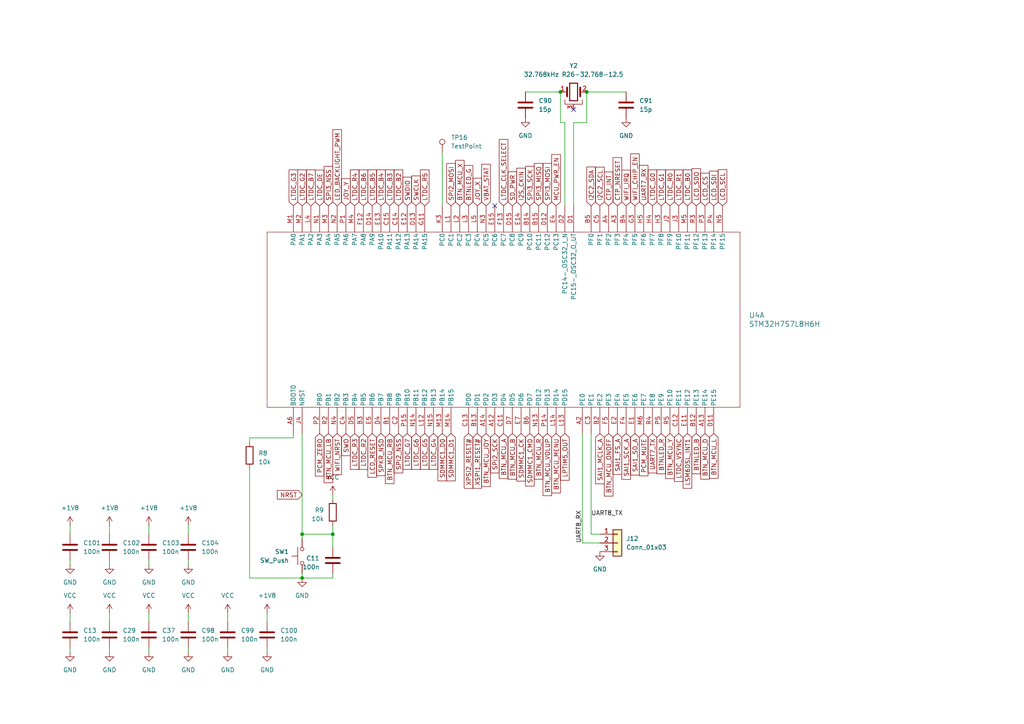
<source format=kicad_sch>
(kicad_sch (version 20231120) (generator "eeschema") (generator_version "8.0")
  (paper "A4")
  (lib_symbols
    (symbol "Connector:TestPoint" (pin_numbers hide) (pin_names (offset 0.762) hide)
      (property "Reference" "TP" (at 0 6.858 0))
      (property "Value" "TestPoint" (at 0 5.08 0))
      (symbol "TestPoint_0_1"
        (circle (center 0 3.302) (radius 0.762))
      )
      (symbol "TestPoint_1_1"
        (pin passive line (at 0 0 90) (length 2.54) (name "1") (number "1"))
      )
    )
    (symbol "Connector_Generic:Conn_01x03" (pin_names (offset 1.016) hide)
      (property "Reference" "J" (at 0 5.08 0))
      (property "Value" "Conn_01x03" (at 0 -5.08 0))
      (symbol "Conn_01x03_1_1"
        (rectangle (start -1.27 -2.413) (end 0 -2.667) (stroke (width 0.1524)))
        (rectangle (start -1.27 0.127) (end 0 -0.127) (stroke (width 0.1524)))
        (rectangle (start -1.27 2.667) (end 0 2.413) (stroke (width 0.1524)))
        (rectangle (start -1.27 3.81) (end 1.27 -3.81) (stroke (width 0.254)) (fill (type background)))
        (pin passive line (at -5.08 2.54 0) (length 3.81) (name "Pin_1") (number "1"))
        (pin passive line (at -5.08 0 0) (length 3.81) (name "Pin_2") (number "2"))
        (pin passive line (at -5.08 -2.54 0) (length 3.81) (name "Pin_3") (number "3"))
      )
    )
    (symbol "Device:C" (pin_numbers hide) (pin_names (offset 0.254))
      (property "Reference" "C" (at 0.635 2.54 0))
      (property "Value" "C" (at 0.635 -2.54 0))
      (symbol "C_0_1"
        (polyline (pts (xy -2.032 -0.762) (xy 2.032 -0.762)) (stroke (width 0.508)))
        (polyline (pts (xy -2.032 0.762) (xy 2.032 0.762)) (stroke (width 0.508)))
      )
      (symbol "C_1_1"
        (pin passive line (at 0 3.81 270) (length 2.794) (name "~") (number "1"))
        (pin passive line (at 0 -3.81 90) (length 2.794) (name "~") (number "2"))
      )
    )
    (symbol "Device:Crystal_GND3" (pin_names (offset 1.016) hide)
      (property "Reference" "Y" (at 0 5.715 0))
      (property "Value" "Crystal_GND3" (at 0 3.81 0))
      (symbol "Crystal_GND3_0_1"
        (rectangle (start -1.143 2.54) (end 1.143 -2.54) (stroke (width 0.3048)))
        (polyline (pts (xy -2.54 0) (xy -1.905 0)))
        (polyline (pts (xy -1.905 -1.27) (xy -1.905 1.27)) (stroke (width 0.508)))
        (polyline (pts (xy 0 -3.81) (xy 0 -3.556)))
        (polyline (pts (xy 1.905 0) (xy 2.54 0)))
        (polyline (pts (xy 1.905 1.27) (xy 1.905 -1.27)) (stroke (width 0.508)))
        (polyline (pts (xy -2.54 -2.286) (xy -2.54 -3.556) (xy 2.54 -3.556) (xy 2.54 -2.286)))
      )
      (symbol "Crystal_GND3_1_1"
        (pin passive line (at -3.81 0 0) (length 1.27) (name "1") (number "1"))
        (pin passive line (at 3.81 0 180) (length 1.27) (name "2") (number "2"))
        (pin passive line (at 0 -5.08 90) (length 1.27) (name "3") (number "3"))
      )
    )
    (symbol "Device:R" (pin_numbers hide) (pin_names (offset 0))
      (property "Reference" "R" (at 2.032 0 90))
      (property "Value" "R" (at 0 0 90))
      (symbol "R_0_1"
        (rectangle (start -1.016 -2.54) (end 1.016 2.54) (stroke (width 0.254)))
      )
      (symbol "R_1_1"
        (pin passive line (at 0 3.81 270) (length 1.27) (name "~") (number "1"))
        (pin passive line (at 0 -3.81 90) (length 1.27) (name "~") (number "2"))
      )
    )
    (symbol "STM32 v2:STM32H7S7L8H6H" (pin_names (offset 0.254))
      (property "Reference" "U" (at 33.02 12.7 0))
      (property "Value" "STM32H7S7L8H6H" (at 33.02 10.16 0))
      (symbol "STM32H7S7L8H6H_1_1"
        (polyline (pts (xy 7.62 -129.54) (xy 58.42 -129.54)) (stroke (width 0.127)))
        (polyline (pts (xy 7.62 7.62) (xy 7.62 -129.54)) (stroke (width 0.127)))
        (polyline (pts (xy 58.42 -129.54) (xy 58.42 7.62)) (stroke (width 0.127)))
        (polyline (pts (xy 58.42 7.62) (xy 7.62 7.62)) (stroke (width 0.127)))
        (pin bidirectional line (at 0 -58.42 0) (length 7.62) (name "PD3") (number "A12"))
        (pin bidirectional line (at 0 -119.38 0) (length 7.62) (name "PE14") (number "A13"))
        (pin bidirectional line (at 0 -55.88 0) (length 7.62) (name "PD2") (number "A14"))
        (pin bidirectional line (at 0 -83.82 0) (length 7.62) (name "PE0") (number "A2"))
        (pin bidirectional line (at 66.04 -93.98 180) (length 7.62) (name "PF3") (number "A3"))
        (pin bidirectional line (at 66.04 -91.44 180) (length 7.62) (name "PF2") (number "A4"))
        (pin unspecified line (at 0 0 0) (length 7.62) (name "BOOT0") (number "A6"))
        (pin bidirectional line (at 0 -27.94 0) (length 7.62) (name "PB8") (number "B1"))
        (pin bidirectional line (at 0 -116.84 0) (length 7.62) (name "PE13") (number "B12"))
        (pin bidirectional line (at 0 -53.34 0) (length 7.62) (name "PD1") (number "B13"))
        (pin bidirectional line (at 66.04 -68.58 180) (length 7.62) (name "PC10") (number "B14"))
        (pin bidirectional line (at 66.04 -71.12 180) (length 7.62) (name "PC11") (number "B15"))
        (pin bidirectional line (at 0 -88.9 0) (length 7.62) (name "PE2") (number "B2"))
        (pin bidirectional line (at 0 -20.32 0) (length 7.62) (name "PB5") (number "B3"))
        (pin bidirectional line (at 66.04 -96.52 180) (length 7.62) (name "PF4") (number "B4"))
        (pin bidirectional line (at 66.04 -86.36 180) (length 7.62) (name "PF0") (number "B5"))
        (pin bidirectional line (at 0 -68.58 0) (length 7.62) (name "PD7") (number "B6"))
        (pin bidirectional line (at 0 -60.96 0) (length 7.62) (name "PD4") (number "C11"))
        (pin bidirectional line (at 0 -111.76 0) (length 7.62) (name "PE11") (number "C12"))
        (pin bidirectional line (at 0 -50.8 0) (length 7.62) (name "PD0") (number "C13"))
        (pin bidirectional line (at 66.04 -30.48 180) (length 7.62) (name "PA12") (number "C14"))
        (pin bidirectional line (at 66.04 -27.94 180) (length 7.62) (name "PA11") (number "C15"))
        (pin bidirectional line (at 0 -30.48 0) (length 7.62) (name "PB9") (number "C2"))
        (pin bidirectional line (at 0 -86.36 0) (length 7.62) (name "PE1") (number "C3"))
        (pin bidirectional line (at 0 -15.24 0) (length 7.62) (name "PB3") (number "C4"))
        (pin bidirectional line (at 66.04 -88.9 180) (length 7.62) (name "PF1") (number "C5"))
        (pin bidirectional line (at 66.04 -81.28 180) (length 7.62) (name "PC15-_OSC32_O_UT") (number "D1"))
        (pin bidirectional line (at 0 -121.92 0) (length 7.62) (name "PE15") (number "D11"))
        (pin bidirectional line (at 66.04 -73.66 180) (length 7.62) (name "PC12") (number "D12"))
        (pin bidirectional line (at 66.04 -35.56 180) (length 7.62) (name "PA14") (number "D13"))
        (pin bidirectional line (at 66.04 -22.86 180) (length 7.62) (name "PA9") (number "D14"))
        (pin bidirectional line (at 66.04 -63.5 180) (length 7.62) (name "PC8") (number "D15"))
        (pin bidirectional line (at 66.04 -78.74 180) (length 7.62) (name "PC14-_OSC32_I_N") (number "D2"))
        (pin bidirectional line (at 0 -25.4 0) (length 7.62) (name "PB7") (number "D4"))
        (pin bidirectional line (at 0 -17.78 0) (length 7.62) (name "PB4") (number "D5"))
        (pin bidirectional line (at 0 -63.5 0) (length 7.62) (name "PD5") (number "D7"))
        (pin bidirectional line (at 0 -99.06 0) (length 7.62) (name "PE6") (number "E1"))
        (pin bidirectional line (at 0 -114.3 0) (length 7.62) (name "PE12") (number "E11"))
        (pin bidirectional line (at 66.04 -33.02 180) (length 7.62) (name "PA13") (number "E12"))
        (pin bidirectional line (at 66.04 -25.4 180) (length 7.62) (name "PA10") (number "E13"))
        (pin bidirectional line (at 66.04 -66.04 180) (length 7.62) (name "PC9") (number "E14"))
        (pin bidirectional line (at 66.04 -58.42 180) (length 7.62) (name "PC6") (number "E15"))
        (pin bidirectional line (at 0 -93.98 0) (length 7.62) (name "PE4") (number "E2"))
        (pin bidirectional line (at 66.04 -76.2 180) (length 7.62) (name "PC13") (number "E4"))
        (pin bidirectional line (at 0 -22.86 0) (length 7.62) (name "PB6") (number "E5"))
        (pin bidirectional line (at 0 -66.04 0) (length 7.62) (name "PD6") (number "E7"))
        (pin bidirectional line (at 66.04 -20.32 180) (length 7.62) (name "PA8") (number "F12"))
        (pin bidirectional line (at 66.04 -60.96 180) (length 7.62) (name "PC7") (number "F13"))
        (pin bidirectional line (at 0 -96.52 0) (length 7.62) (name "PE5") (number "F4"))
        (pin bidirectional line (at 0 -91.44 0) (length 7.62) (name "PE3") (number "F5"))
        (pin bidirectional line (at 66.04 -38.1 180) (length 7.62) (name "PA15") (number "G11"))
        (pin bidirectional line (at 66.04 -99.06 180) (length 7.62) (name "PF5") (number "G3"))
        (pin bidirectional line (at 66.04 -106.68 180) (length 7.62) (name "PF8") (number "H3"))
        (pin bidirectional line (at 66.04 -104.14 180) (length 7.62) (name "PF7") (number "H4"))
        (pin bidirectional line (at 66.04 -101.6 180) (length 7.62) (name "PF6") (number "H5"))
        (pin bidirectional line (at 66.04 -109.22 180) (length 7.62) (name "PF9") (number "J2"))
        (pin bidirectional line (at 66.04 -111.76 180) (length 7.62) (name "PF10") (number "J3"))
        (pin unspecified line (at 0 -2.54 0) (length 7.62) (name "NRST") (number "J4"))
        (pin bidirectional line (at 66.04 -43.18 180) (length 7.62) (name "PC0") (number "K3"))
        (pin bidirectional line (at 66.04 -45.72 180) (length 7.62) (name "PC1") (number "L1"))
        (pin bidirectional line (at 0 -38.1 0) (length 7.62) (name "PB12") (number "L12"))
        (pin bidirectional line (at 0 -78.74 0) (length 7.62) (name "PD15") (number "L13"))
        (pin bidirectional line (at 0 -76.2 0) (length 7.62) (name "PD14") (number "L14"))
        (pin bidirectional line (at 66.04 -48.26 180) (length 7.62) (name "PC2") (number "L2"))
        (pin bidirectional line (at 66.04 -50.8 180) (length 7.62) (name "PC3") (number "L3"))
        (pin bidirectional line (at 66.04 -5.08 180) (length 7.62) (name "PA2") (number "L4"))
        (pin bidirectional line (at 66.04 -53.34 180) (length 7.62) (name "PC4") (number "L5"))
        (pin bidirectional line (at 66.04 0 180) (length 7.62) (name "PA0") (number "M1"))
        (pin bidirectional line (at 0 -43.18 0) (length 7.62) (name "PB14") (number "M13"))
        (pin bidirectional line (at 0 -45.72 0) (length 7.62) (name "PB15") (number "M14"))
        (pin bidirectional line (at 66.04 -2.54 180) (length 7.62) (name "PA1") (number "M2"))
        (pin bidirectional line (at 66.04 -10.16 180) (length 7.62) (name "PA4") (number "M3"))
        (pin bidirectional line (at 66.04 -17.78 180) (length 7.62) (name "PA7") (number "M4"))
        (pin bidirectional line (at 66.04 -114.3 180) (length 7.62) (name "PF11") (number "M5"))
        (pin bidirectional line (at 0 -101.6 0) (length 7.62) (name "PE7") (number "M6"))
        (pin bidirectional line (at 66.04 -7.62 180) (length 7.62) (name "PA3") (number "N1"))
        (pin bidirectional line (at 0 -71.12 0) (length 7.62) (name "PD12") (number "N13"))
        (pin bidirectional line (at 0 -35.56 0) (length 7.62) (name "PB11") (number "N14"))
        (pin bidirectional line (at 0 -40.64 0) (length 7.62) (name "PB13") (number "N15"))
        (pin bidirectional line (at 66.04 -12.7 180) (length 7.62) (name "PA5") (number "N2"))
        (pin bidirectional line (at 66.04 -55.88 180) (length 7.62) (name "PC5") (number "N3"))
        (pin bidirectional line (at 0 -12.7 0) (length 7.62) (name "PB2") (number "N4"))
        (pin bidirectional line (at 66.04 -124.46 180) (length 7.62) (name "PF15") (number "N5"))
        (pin bidirectional line (at 66.04 -15.24 180) (length 7.62) (name "PA6") (number "P1"))
        (pin bidirectional line (at 0 -73.66 0) (length 7.62) (name "PD13") (number "P14"))
        (pin bidirectional line (at 0 -33.02 0) (length 7.62) (name "PB10") (number "P15"))
        (pin bidirectional line (at 0 -7.62 0) (length 7.62) (name "PB0") (number "P2"))
        (pin bidirectional line (at 66.04 -119.38 180) (length 7.62) (name "PF13") (number "P3"))
        (pin bidirectional line (at 66.04 -121.92 180) (length 7.62) (name "PF14") (number "P4"))
        (pin bidirectional line (at 0 -106.68 0) (length 7.62) (name "PE9") (number "P5"))
        (pin bidirectional line (at 0 -10.16 0) (length 7.62) (name "PB1") (number "R2"))
        (pin bidirectional line (at 66.04 -116.84 180) (length 7.62) (name "PF12") (number "R3"))
        (pin bidirectional line (at 0 -104.14 0) (length 7.62) (name "PE8") (number "R4"))
        (pin bidirectional line (at 0 -109.22 0) (length 7.62) (name "PE10") (number "R5"))
      )
      (symbol "STM32H7S7L8H6H_2_1"
        (polyline (pts (xy 7.62 -109.22) (xy 53.34 -109.22)) (stroke (width 0.127)))
        (polyline (pts (xy 7.62 5.08) (xy 7.62 -109.22)) (stroke (width 0.127)))
        (polyline (pts (xy 53.34 -109.22) (xy 53.34 5.08)) (stroke (width 0.127)))
        (polyline (pts (xy 53.34 5.08) (xy 7.62 5.08)) (stroke (width 0.127)))
        (pin bidirectional line (at 0 -15.24 0) (length 7.62) (name "PM3") (number "A10"))
        (pin bidirectional line (at 60.96 -10.16 180) (length 7.62) (name "PG3") (number "A5"))
        (pin bidirectional line (at 0 -30.48 0) (length 7.62) (name "PM12") (number "A7"))
        (pin bidirectional line (at 0 -20.32 0) (length 7.62) (name "PM6") (number "A9"))
        (pin bidirectional line (at 0 -12.7 0) (length 7.62) (name "PM2") (number "B10"))
        (pin bidirectional line (at 60.96 -2.54 180) (length 7.62) (name "PG0") (number "B11"))
        (pin bidirectional line (at 0 -27.94 0) (length 7.62) (name "PM11") (number "B7"))
        (pin bidirectional line (at 0 -25.4 0) (length 7.62) (name "PM9") (number "B8"))
        (pin bidirectional line (at 0 -17.78 0) (length 7.62) (name "PM5") (number "B9"))
        (pin unspecified line (at 0 -99.06 0) (length 7.62) (name "VBAT") (number "C1"))
        (pin bidirectional line (at 0 -10.16 0) (length 7.62) (name "PM1") (number "C10"))
        (pin bidirectional line (at 60.96 -7.62 180) (length 7.62) (name "PG2") (number "C6"))
        (pin bidirectional line (at 0 -33.02 0) (length 7.62) (name "PM13") (number "C7"))
        (pin bidirectional line (at 0 -35.56 0) (length 7.62) (name "PM14") (number "C8"))
        (pin bidirectional line (at 0 -22.86 0) (length 7.62) (name "PM8") (number "C9"))
        (pin bidirectional line (at 0 -7.62 0) (length 7.62) (name "PM0") (number "D10"))
        (pin bidirectional line (at 60.96 -5.08 180) (length 7.62) (name "PG1") (number "E10"))
        (pin bidirectional line (at 60.96 -71.12 180) (length 7.62) (name "VCAP4") (number "E6"))
        (pin bidirectional line (at 60.96 -20.32 180) (length 7.62) (name "PG14") (number "F1"))
        (pin bidirectional line (at 60.96 -68.58 180) (length 7.62) (name "VCAP3") (number "F11"))
        (pin bidirectional line (at 60.96 -30.48 180) (length 7.62) (name "PN1") (number "F14"))
        (pin bidirectional line (at 60.96 -15.24 180) (length 7.62) (name "PG12") (number "F2"))
        (pin bidirectional line (at 60.96 -12.7 180) (length 7.62) (name "PG11") (number "F3"))
        (pin unspecified line (at 0 -104.14 0) (length 7.62) (name "VLXSMPS") (number "G1"))
        (pin bidirectional line (at 60.96 -35.56 180) (length 7.62) (name "PN3") (number "G13"))
        (pin bidirectional line (at 60.96 -27.94 180) (length 7.62) (name "PN0") (number "G14"))
        (pin bidirectional line (at 60.96 -55.88 180) (length 7.62) (name "PN11") (number "G15"))
        (pin unspecified line (at 0 -101.6 0) (length 7.62) (name "VFBSMP_S") (number "G2"))
        (pin bidirectional line (at 60.96 -22.86 180) (length 7.62) (name "PG15") (number "G4"))
        (pin bidirectional line (at 60.96 -17.78 180) (length 7.62) (name "PG13") (number "G5"))
        (pin bidirectional line (at 60.96 -53.34 180) (length 7.62) (name "PN10") (number "H13"))
        (pin bidirectional line (at 60.96 -50.8 180) (length 7.62) (name "PN9") (number "H14"))
        (pin bidirectional line (at 60.96 -33.02 180) (length 7.62) (name "PN2") (number "H15"))
        (pin bidirectional line (at 60.96 -45.72 180) (length 7.62) (name "PN7") (number "J13"))
        (pin bidirectional line (at 60.96 -43.18 180) (length 7.62) (name "PN6") (number "J14"))
        (pin bidirectional line (at 0 0 0) (length 7.62) (name "PH0-_OSC_IN") (number "K1"))
        (pin bidirectional line (at 60.96 -66.04 180) (length 7.62) (name "VCAP2") (number "K11"))
        (pin bidirectional line (at 60.96 -48.26 180) (length 7.62) (name "PN8") (number "K13"))
        (pin bidirectional line (at 60.96 -38.1 180) (length 7.62) (name "PN4") (number "K14"))
        (pin bidirectional line (at 60.96 -40.64 180) (length 7.62) (name "PN5") (number "K15"))
        (pin bidirectional line (at 0 -2.54 0) (length 7.62) (name "PH1-_OSC_OU_T") (number "K2"))
        (pin bidirectional line (at 60.96 -58.42 180) (length 7.62) (name "PN12") (number "L15"))
        (pin bidirectional line (at 60.96 -63.5 180) (length 7.62) (name "VCAP1") (number "L7"))
        (pin bidirectional line (at 0 -48.26 0) (length 7.62) (name "PO3") (number "M11"))
        (pin bidirectional line (at 0 -83.82 0) (length 7.62) (name "PP10") (number "M12"))
        (pin bidirectional line (at 0 -71.12 0) (length 7.62) (name "PP5") (number "N10"))
        (pin bidirectional line (at 0 -45.72 0) (length 7.62) (name "PO2") (number "N11"))
        (pin bidirectional line (at 0 -60.96 0) (length 7.62) (name "PP1") (number "N12"))
        (pin bidirectional line (at 0 -88.9 0) (length 7.62) (name "PP12") (number "N6"))
        (pin bidirectional line (at 0 -93.98 0) (length 7.62) (name "PP14") (number "N7"))
        (pin bidirectional line (at 0 -63.5 0) (length 7.62) (name "PP2") (number "N9"))
        (pin bidirectional line (at 0 -53.34 0) (length 7.62) (name "PO5") (number "P10"))
        (pin bidirectional line (at 0 -58.42 0) (length 7.62) (name "PP0") (number "P11"))
        (pin bidirectional line (at 0 -76.2 0) (length 7.62) (name "PP7") (number "P12"))
        (pin bidirectional line (at 0 -78.74 0) (length 7.62) (name "PP8") (number "P13"))
        (pin bidirectional line (at 0 -86.36 0) (length 7.62) (name "PP11") (number "P6"))
        (pin bidirectional line (at 0 -43.18 0) (length 7.62) (name "PO1") (number "P7"))
        (pin bidirectional line (at 0 -96.52 0) (length 7.62) (name "PP15") (number "P8"))
        (pin bidirectional line (at 0 -66.04 0) (length 7.62) (name "PP3") (number "P9"))
        (pin bidirectional line (at 0 -50.8 0) (length 7.62) (name "PO4") (number "R10"))
        (pin bidirectional line (at 0 -73.66 0) (length 7.62) (name "PP6") (number "R11"))
        (pin bidirectional line (at 0 -40.64 0) (length 7.62) (name "PO0") (number "R13"))
        (pin bidirectional line (at 0 -81.28 0) (length 7.62) (name "PP9") (number "R14"))
        (pin bidirectional line (at 0 -91.44 0) (length 7.62) (name "PP13") (number "R7"))
        (pin bidirectional line (at 0 -68.58 0) (length 7.62) (name "PP4") (number "R8"))
      )
      (symbol "STM32H7S7L8H6H_3_1"
        (polyline (pts (xy 7.62 -76.2) (xy 33.02 -76.2)) (stroke (width 0.127)))
        (polyline (pts (xy 7.62 5.08) (xy 7.62 -76.2)) (stroke (width 0.127)))
        (polyline (pts (xy 33.02 -76.2) (xy 33.02 5.08)) (stroke (width 0.127)))
        (polyline (pts (xy 33.02 5.08) (xy 7.62 5.08)) (stroke (width 0.127)))
        (pin power_in line (at 0 0 0) (length 7.62) (name "DVDD") (number "D8"))
        (pin power_in line (at 0 -58.42 0) (length 7.62) (name "VDD50US_B") (number "D9"))
        (pin power_in line (at 0 -7.62 0) (length 7.62) (name "VDD") (number "F10"))
        (pin power_in line (at 0 -2.54 0) (length 7.62) (name "VDD") (number "F7"))
        (pin power_in line (at 0 -55.88 0) (length 7.62) (name "VDD33US_B") (number "F8"))
        (pin power_in line (at 0 -5.08 0) (length 7.62) (name "VDD") (number "F9"))
        (pin power_in line (at 0 -10.16 0) (length 7.62) (name "VDD") (number "G6"))
        (pin power_in line (at 0 -27.94 0) (length 7.62) (name "VDDLDO") (number "G7"))
        (pin power_in line (at 0 -30.48 0) (length 7.62) (name "VDDLDO") (number "G9"))
        (pin power_in line (at 0 -63.5 0) (length 7.62) (name "VDDSMP_S") (number "H1"))
        (pin power_in line (at 0 -15.24 0) (length 7.62) (name "VDD") (number "H10"))
        (pin power_in line (at 0 -48.26 0) (length 7.62) (name "VDDXSPI_2") (number "H12"))
        (pin power_in line (at 0 -12.7 0) (length 7.62) (name "VDD") (number "H6"))
        (pin power_in line (at 0 -50.8 0) (length 7.62) (name "VDDXSPI_2") (number "J11"))
        (pin power_in line (at 0 -60.96 0) (length 7.62) (name "VDDA") (number "J6"))
        (pin power_in line (at 0 -33.02 0) (length 7.62) (name "VDDLDO") (number "J7"))
        (pin power_in line (at 0 -35.56 0) (length 7.62) (name "VDDLDO") (number "J9"))
        (pin power_in line (at 0 -22.86 0) (length 7.62) (name "VDD") (number "K10"))
        (pin power_in line (at 0 -53.34 0) (length 7.62) (name "VDDXSPI_2") (number "K12"))
        (pin power_in line (at 0 -68.58 0) (length 7.62) (name "VREFM") (number "K4"))
        (pin power_in line (at 0 -71.12 0) (length 7.62) (name "VREFP") (number "K5"))
        (pin power_in line (at 0 -17.78 0) (length 7.62) (name "VDD") (number "K6"))
        (pin power_in line (at 0 -20.32 0) (length 7.62) (name "VDD") (number "K8"))
        (pin power_in line (at 0 -40.64 0) (length 7.62) (name "VDDXSPI_1") (number "L10"))
        (pin power_in line (at 0 -38.1 0) (length 7.62) (name "VDDXSPI_1") (number "L8"))
        (pin power_in line (at 0 -25.4 0) (length 7.62) (name "VDD") (number "L9"))
        (pin power_in line (at 0 -45.72 0) (length 7.62) (name "VDDXSPI_1") (number "M10"))
        (pin power_in line (at 0 -43.18 0) (length 7.62) (name "VDDXSPI_1") (number "M8"))
      )
      (symbol "STM32H7S7L8H6H_4_1"
        (polyline (pts (xy 7.62 -99.06) (xy 33.02 -99.06)) (stroke (width 0.127)))
        (polyline (pts (xy 7.62 5.08) (xy 7.62 -99.06)) (stroke (width 0.127)))
        (polyline (pts (xy 33.02 -99.06) (xy 33.02 5.08)) (stroke (width 0.127)))
        (polyline (pts (xy 33.02 5.08) (xy 7.62 5.08)) (stroke (width 0.127)))
        (pin power_out line (at 0 0 0) (length 7.62) (name "VSS") (number "A1"))
        (pin power_out line (at 0 -5.08 0) (length 7.62) (name "VSS") (number "A11"))
        (pin power_out line (at 0 -7.62 0) (length 7.62) (name "VSS") (number "A15"))
        (pin power_out line (at 0 -2.54 0) (length 7.62) (name "VSS") (number "A8"))
        (pin power_out line (at 0 -10.16 0) (length 7.62) (name "VSS") (number "D3"))
        (pin power_out line (at 0 -12.7 0) (length 7.62) (name "VSS") (number "D6"))
        (pin power_out line (at 0 -15.24 0) (length 7.62) (name "VSS") (number "E3"))
        (pin power_out line (at 0 -93.98 0) (length 7.62) (name "VSSUSB") (number "E8"))
        (pin power_out line (at 0 -17.78 0) (length 7.62) (name "VSS") (number "E9"))
        (pin power_out line (at 0 -22.86 0) (length 7.62) (name "VSS") (number "F15"))
        (pin power_out line (at 0 -20.32 0) (length 7.62) (name "VSS") (number "F6"))
        (pin power_out line (at 0 -27.94 0) (length 7.62) (name "VSS") (number "G10"))
        (pin power_out line (at 0 -30.48 0) (length 7.62) (name "VSS") (number "G12"))
        (pin power_out line (at 0 -25.4 0) (length 7.62) (name "VSS") (number "G8"))
        (pin power_out line (at 0 -40.64 0) (length 7.62) (name "VSS") (number "H11"))
        (pin power_out line (at 0 -91.44 0) (length 7.62) (name "VSSSMP_S") (number "H2"))
        (pin power_out line (at 0 -33.02 0) (length 7.62) (name "VSS") (number "H7"))
        (pin power_out line (at 0 -35.56 0) (length 7.62) (name "VSS") (number "H8"))
        (pin power_out line (at 0 -38.1 0) (length 7.62) (name "VSS") (number "H9"))
        (pin power_out line (at 0 -43.18 0) (length 7.62) (name "VSS") (number "J1"))
        (pin power_out line (at 0 -48.26 0) (length 7.62) (name "VSS") (number "J10"))
        (pin power_out line (at 0 -50.8 0) (length 7.62) (name "VSS") (number "J12"))
        (pin power_out line (at 0 -53.34 0) (length 7.62) (name "VSS") (number "J15"))
        (pin power_out line (at 0 -88.9 0) (length 7.62) (name "VSSA") (number "J5"))
        (pin power_out line (at 0 -45.72 0) (length 7.62) (name "VSS") (number "J8"))
        (pin power_out line (at 0 -55.88 0) (length 7.62) (name "VSS") (number "K7"))
        (pin power_out line (at 0 -58.42 0) (length 7.62) (name "VSS") (number "K9"))
        (pin power_out line (at 0 -63.5 0) (length 7.62) (name "VSS") (number "L11"))
        (pin power_out line (at 0 -60.96 0) (length 7.62) (name "VSS") (number "L6"))
        (pin power_out line (at 0 -71.12 0) (length 7.62) (name "VSS") (number "M15"))
        (pin power_out line (at 0 -66.04 0) (length 7.62) (name "VSS") (number "M7"))
        (pin power_out line (at 0 -68.58 0) (length 7.62) (name "VSS") (number "M9"))
        (pin power_out line (at 0 -73.66 0) (length 7.62) (name "VSS") (number "N8"))
        (pin power_out line (at 0 -76.2 0) (length 7.62) (name "VSS") (number "R1"))
        (pin power_out line (at 0 -83.82 0) (length 7.62) (name "VSS") (number "R12"))
        (pin power_out line (at 0 -86.36 0) (length 7.62) (name "VSS") (number "R15"))
        (pin power_out line (at 0 -78.74 0) (length 7.62) (name "VSS") (number "R6"))
        (pin power_out line (at 0 -81.28 0) (length 7.62) (name "VSS") (number "R9"))
      )
    )
    (symbol "Switch:SW_Push" (pin_numbers hide) (pin_names (offset 1.016) hide)
      (property "Reference" "SW" (at 1.27 2.54 0))
      (property "Value" "SW_Push" (at 0 -1.524 0))
      (symbol "SW_Push_0_1"
        (circle (center -2.032 0) (radius 0.508))
        (polyline (pts (xy 0 1.27) (xy 0 3.048)))
        (polyline (pts (xy 2.54 1.27) (xy -2.54 1.27)))
        (circle (center 2.032 0) (radius 0.508))
        (pin passive line (at -5.08 0 0) (length 2.54) (name "1") (number "1"))
        (pin passive line (at 5.08 0 180) (length 2.54) (name "2") (number "2"))
      )
    )
    (symbol "VCC_1" (power) (pin_numbers hide) (pin_names (offset 0) hide)
      (property "Value" "VCC" (at 0 3.556 0))
      (symbol "VCC_1_0_1"
        (polyline (pts (xy -0.762 1.27) (xy 0 2.54)))
        (polyline (pts (xy 0 0) (xy 0 2.54)))
        (polyline (pts (xy 0 2.54) (xy 0.762 1.27)))
      )
      (symbol "VCC_1_1_1"
        (pin power_in line (at 0 0 90) (length 0) (name "~") (number "1"))
      )
    )
    (symbol "power:+1V8" (power) (pin_numbers hide) (pin_names (offset 0) hide)
      (property "Value" "+1V8" (at 0 3.556 0))
      (symbol "+1V8_0_1"
        (polyline (pts (xy -0.762 1.27) (xy 0 2.54)))
        (polyline (pts (xy 0 0) (xy 0 2.54)))
        (polyline (pts (xy 0 2.54) (xy 0.762 1.27)))
      )
      (symbol "+1V8_1_1"
        (pin power_in line (at 0 0 90) (length 0) (name "~") (number "1"))
      )
    )
    (symbol "power:GND" (power) (pin_names (offset 0))
      (property "Value" "GND" (at 0 -3.81 0))
      (symbol "GND_0_1"
        (polyline (pts (xy 0 0) (xy 0 -1.27) (xy 1.27 -1.27) (xy 0 -2.54) (xy -1.27 -1.27) (xy 0 -1.27)))
      )
      (symbol "GND_1_1"
        (pin power_in line (at 0 0 270) (length 0) hide (name "GND") (number "1"))
      )
    )
    (symbol "power:VCC" (power) (pin_numbers hide) (pin_names (offset 0) hide)
      (property "Value" "VCC" (at 0 3.556 0))
      (symbol "VCC_0_1"
        (polyline (pts (xy -0.762 1.27) (xy 0 2.54)))
        (polyline (pts (xy 0 0) (xy 0 2.54)))
        (polyline (pts (xy 0 2.54) (xy 0.762 1.27)))
      )
      (symbol "VCC_1_1"
        (pin power_in line (at 0 0 90) (length 0) (name "~") (number "1"))
      )
    )
  )
  (junction (at 87.63 167.64))
  (junction (at 96.52 154.94))
  (junction (at 162.56 26.67))
  (junction (at 87.63 154.94))
  (junction (at 170.18 26.67))
  (no_connect (at 143.51 59.69))
  (no_connect (at 166.37 31.75))
  (wire (pts (xy 20.32 177.8) (xy 20.32 180.34)))
  (wire (pts (xy 77.47 187.96) (xy 77.47 189.23)))
  (wire (pts (xy 54.61 187.96) (xy 54.61 189.23)))
  (wire (pts (xy 96.52 154.94) (xy 96.52 152.4)))
  (wire (pts (xy 96.52 154.94) (xy 87.63 154.94)))
  (wire (pts (xy 96.52 144.78) (xy 96.52 143.51)))
  (wire (pts (xy 20.32 187.96) (xy 20.32 189.23)))
  (wire (pts (xy 96.52 166.37) (xy 96.52 167.64)))
  (wire (pts (xy 20.32 162.56) (xy 20.32 163.83)))
  (wire (pts (xy 72.39 167.64) (xy 87.63 167.64)))
  (wire (pts (xy 171.45 154.94) (xy 173.99 154.94)))
  (wire (pts (xy 166.37 35.56) (xy 166.37 59.69)))
  (wire (pts (xy 87.63 125.73) (xy 87.63 154.94)))
  (wire (pts (xy 20.32 152.4) (xy 20.32 154.94)))
  (wire (pts (xy 66.04 177.8) (xy 66.04 180.34)))
  (wire (pts (xy 54.61 152.4) (xy 54.61 154.94)))
  (wire (pts (xy 85.09 125.73) (xy 85.09 127)))
  (wire (pts (xy 163.83 35.56) (xy 162.56 35.56)))
  (wire (pts (xy 54.61 177.8) (xy 54.61 180.34)))
  (wire (pts (xy 54.61 162.56) (xy 54.61 163.83)))
  (wire (pts (xy 87.63 154.94) (xy 87.63 156.21)))
  (wire (pts (xy 72.39 127) (xy 72.39 128.27)))
  (wire (pts (xy 96.52 167.64) (xy 87.63 167.64)))
  (wire (pts (xy 43.18 162.56) (xy 43.18 163.83)))
  (wire (pts (xy 171.45 125.73) (xy 171.45 154.94)))
  (wire (pts (xy 77.47 177.8) (xy 77.47 180.34)))
  (wire (pts (xy 163.83 35.56) (xy 163.83 59.69)))
  (wire (pts (xy 170.18 26.67) (xy 181.61 26.67)))
  (wire (pts (xy 168.91 157.48) (xy 173.99 157.48)))
  (wire (pts (xy 43.18 187.96) (xy 43.18 189.23)))
  (wire (pts (xy 66.04 187.96) (xy 66.04 189.23)))
  (wire (pts (xy 162.56 35.56) (xy 162.56 26.67)))
  (wire (pts (xy 87.63 166.37) (xy 87.63 167.64)))
  (wire (pts (xy 170.18 35.56) (xy 166.37 35.56)))
  (wire (pts (xy 85.09 127) (xy 72.39 127)))
  (wire (pts (xy 168.91 125.73) (xy 168.91 157.48)))
  (wire (pts (xy 72.39 135.89) (xy 72.39 167.64)))
  (wire (pts (xy 31.75 152.4) (xy 31.75 154.94)))
  (wire (pts (xy 31.75 187.96) (xy 31.75 189.23)))
  (wire (pts (xy 96.52 158.75) (xy 96.52 154.94)))
  (wire (pts (xy 43.18 177.8) (xy 43.18 180.34)))
  (wire (pts (xy 31.75 177.8) (xy 31.75 180.34)))
  (wire (pts (xy 170.18 26.67) (xy 170.18 35.56)))
  (wire (pts (xy 152.4 26.67) (xy 162.56 26.67)))
  (wire (pts (xy 128.27 44.45) (xy 128.27 59.69)))
  (wire (pts (xy 43.18 152.4) (xy 43.18 154.94)))
  (wire (pts (xy 31.75 162.56) (xy 31.75 163.83)))
  (label "UART8_RX" (at 168.91 157.48 90))
  (label "UART8_TX" (at 171.45 149.86 0))
  (global_label "LPTIM5_OUT" (shape input) (at 163.83 125.73 270) (property "Intersheetrefs" "${INTERSHEET_REFS}" (effects (hide yes))))
  (global_label "SWO" (shape input) (at 100.33 125.73 270) (property "Intersheetrefs" "${INTERSHEET_REFS}" (effects (hide yes))))
  (global_label "LTDC_B4" (shape input) (at 110.49 59.69 90) (property "Intersheetrefs" "${INTERSHEET_REFS}" (effects (hide yes))))
  (global_label "SDMMC1_D1" (shape input) (at 130.81 125.73 270) (property "Intersheetrefs" "${INTERSHEET_REFS}" (effects (hide yes))))
  (global_label "LTDC_R1" (shape input) (at 196.85 59.69 90) (property "Intersheetrefs" "${INTERSHEET_REFS}" (effects (hide yes))))
  (global_label "BTN_MCU_LB" (shape input) (at 95.25 125.73 270) (property "Intersheetrefs" "${INTERSHEET_REFS}" (effects (hide yes))))
  (global_label "I2C2_SCL" (shape input) (at 173.99 59.69 90) (property "Intersheetrefs" "${INTERSHEET_REFS}" (effects (hide yes))))
  (global_label "MCU_PWR_EN" (shape input) (at 161.29 59.69 90) (property "Intersheetrefs" "${INTERSHEET_REFS}" (effects (hide yes))))
  (global_label "LTDC_R0" (shape input) (at 194.31 59.69 90) (property "Intersheetrefs" "${INTERSHEET_REFS}" (effects (hide yes))))
  (global_label "LTDC_DE" (shape input) (at 92.71 59.69 90) (property "Intersheetrefs" "${INTERSHEET_REFS}" (effects (hide yes))))
  (global_label "SD_PWR" (shape input) (at 148.59 59.69 90) (property "Intersheetrefs" "${INTERSHEET_REFS}" (effects (hide yes))))
  (global_label "BTN_MCU_MENU" (shape input) (at 161.29 125.73 270) (property "Intersheetrefs" "${INTERSHEET_REFS}" (effects (hide yes))))
  (global_label "LTDC_B5" (shape input) (at 107.95 59.69 90) (property "Intersheetrefs" "${INTERSHEET_REFS}" (effects (hide yes))))
  (global_label "XPSI2_RESET#" (shape input) (at 135.89 125.73 270) (property "Intersheetrefs" "${INTERSHEET_REFS}" (effects (hide yes))))
  (global_label "LTDC_CLK_SELECT" (shape input) (at 146.05 59.69 90) (property "Intersheetrefs" "${INTERSHEET_REFS}" (effects (hide yes))))
  (global_label "LTDC_B3" (shape input) (at 113.03 59.69 90) (property "Intersheetrefs" "${INTERSHEET_REFS}" (effects (hide yes))))
  (global_label "BTN_MCU_Y" (shape input) (at 194.31 125.73 270) (property "Intersheetrefs" "${INTERSHEET_REFS}" (effects (hide yes))))
  (global_label "LTDC_B7" (shape input) (at 90.17 59.69 90) (property "Intersheetrefs" "${INTERSHEET_REFS}" (effects (hide yes))))
  (global_label "JOY_Y" (shape input) (at 100.33 59.69 90) (property "Intersheetrefs" "${INTERSHEET_REFS}" (effects (hide yes))))
  (global_label "LCD_SDO" (shape input) (at 201.93 59.69 90) (property "Intersheetrefs" "${INTERSHEET_REFS}" (effects (hide yes))))
  (global_label "NRST" (shape input) (at 87.63 143.51 180) (property "Intersheetrefs" "${INTERSHEET_REFS}" (effects (hide yes))))
  (global_label "LTDC_B2" (shape input) (at 115.57 59.69 90) (property "Intersheetrefs" "${INTERSHEET_REFS}" (effects (hide yes))))
  (global_label "BTNLED_B" (shape input) (at 201.93 125.73 270) (property "Intersheetrefs" "${INTERSHEET_REFS}" (effects (hide yes))))
  (global_label "BTN_MCU_JOY" (shape input) (at 140.97 125.73 270) (property "Intersheetrefs" "${INTERSHEET_REFS}" (effects (hide yes))))
  (global_label "JOY_X" (shape input) (at 138.43 59.69 90) (property "Intersheetrefs" "${INTERSHEET_REFS}" (effects (hide yes))))
  (global_label "WIFI_NRST" (shape input) (at 97.79 125.73 270) (property "Intersheetrefs" "${INTERSHEET_REFS}" (effects (hide yes))))
  (global_label "BTN_MCU_ONOFF" (shape input) (at 176.53 125.73 270) (property "Intersheetrefs" "${INTERSHEET_REFS}" (effects (hide yes))))
  (global_label "SAI1_FS_A" (shape input) (at 179.07 125.73 270) (property "Intersheetrefs" "${INTERSHEET_REFS}" (effects (hide yes))))
  (global_label "LTDC_VSYNC" (shape input) (at 196.85 125.73 270) (property "Intersheetrefs" "${INTERSHEET_REFS}" (effects (hide yes))))
  (global_label "SPI3_NSS" (shape input) (at 95.25 59.69 90) (property "Intersheetrefs" "${INTERSHEET_REFS}" (effects (hide yes))))
  (global_label "SPI2_MOSI" (shape input) (at 130.81 59.69 90) (property "Intersheetrefs" "${INTERSHEET_REFS}" (effects (hide yes))))
  (global_label "BTN_MCU_B" (shape input) (at 148.59 125.73 270) (property "Intersheetrefs" "${INTERSHEET_REFS}" (effects (hide yes))))
  (global_label "SPI2_SCK" (shape input) (at 143.51 125.73 270) (property "Intersheetrefs" "${INTERSHEET_REFS}" (effects (hide yes))))
  (global_label "BTN_MCU_VOLUP" (shape input) (at 158.75 125.73 270) (property "Intersheetrefs" "${INTERSHEET_REFS}" (effects (hide yes))))
  (global_label "BTN_MCU_L" (shape input) (at 207.01 125.73 270) (property "Intersheetrefs" "${INTERSHEET_REFS}" (effects (hide yes))))
  (global_label "I2C2_SDA" (shape input) (at 171.45 59.69 90) (property "Intersheetrefs" "${INTERSHEET_REFS}" (effects (hide yes))))
  (global_label "BTNLED_R" (shape input) (at 191.77 125.73 270) (property "Intersheetrefs" "${INTERSHEET_REFS}" (effects (hide yes))))
  (global_label "SDMMC1_CK" (shape input) (at 151.13 125.73 270) (property "Intersheetrefs" "${INTERSHEET_REFS}" (effects (hide yes))))
  (global_label "LCD_SCL" (shape input) (at 209.55 59.69 90) (property "Intersheetrefs" "${INTERSHEET_REFS}" (effects (hide yes))))
  (global_label "LTDC_G2" (shape input) (at 87.63 59.69 90) (property "Intersheetrefs" "${INTERSHEET_REFS}" (effects (hide yes))))
  (global_label "SDMMC1_D0" (shape input) (at 128.27 125.73 270) (property "Intersheetrefs" "${INTERSHEET_REFS}" (effects (hide yes))))
  (global_label "SAI1_MCLK_A" (shape input) (at 173.99 125.73 270) (property "Intersheetrefs" "${INTERSHEET_REFS}" (effects (hide yes))))
  (global_label "I2S_CKIN" (shape input) (at 151.13 59.69 90) (property "Intersheetrefs" "${INTERSHEET_REFS}" (effects (hide yes))))
  (global_label "LTDC_B0" (shape input) (at 199.39 59.69 90) (property "Intersheetrefs" "${INTERSHEET_REFS}" (effects (hide yes))))
  (global_label "SDMMC1_CMD" (shape input) (at 153.67 125.73 270) (property "Intersheetrefs" "${INTERSHEET_REFS}" (effects (hide yes))))
  (global_label "WIFI_IRQ" (shape input) (at 181.61 59.69 90) (property "Intersheetrefs" "${INTERSHEET_REFS}" (effects (hide yes))))
  (global_label "PCM_MUTE" (shape input) (at 186.69 125.73 270) (property "Intersheetrefs" "${INTERSHEET_REFS}" (effects (hide yes))))
  (global_label "XSPI1_RESET#" (shape input) (at 138.43 125.73 270) (property "Intersheetrefs" "${INTERSHEET_REFS}" (effects (hide yes))))
  (global_label "LED_BACKLIGHT_PWM" (shape input) (at 97.79 59.69 90) (property "Intersheetrefs" "${INTERSHEET_REFS}" (effects (hide yes))))
  (global_label "LCD_SDI" (shape input) (at 207.01 59.69 90) (property "Intersheetrefs" "${INTERSHEET_REFS}" (effects (hide yes))))
  (global_label "LTDC_G5" (shape input) (at 123.19 125.73 270) (property "Intersheetrefs" "${INTERSHEET_REFS}" (effects (hide yes))))
  (global_label "BTN_MCU_A" (shape input) (at 146.05 125.73 270) (property "Intersheetrefs" "${INTERSHEET_REFS}" (effects (hide yes))))
  (global_label "BTN_MCU_X" (shape input) (at 133.35 59.69 90) (property "Intersheetrefs" "${INTERSHEET_REFS}" (effects (hide yes))))
  (global_label "BTN_MCU_RB" (shape input) (at 113.03 125.73 270) (property "Intersheetrefs" "${INTERSHEET_REFS}" (effects (hide yes))))
  (global_label "UART7_RX" (shape input) (at 186.69 59.69 90) (property "Intersheetrefs" "${INTERSHEET_REFS}" (effects (hide yes))))
  (global_label "SWCLK" (shape input) (at 120.65 59.69 90) (property "Intersheetrefs" "${INTERSHEET_REFS}" (effects (hide yes))))
  (global_label "LTDC_R4" (shape input) (at 102.87 59.69 90) (property "Intersheetrefs" "${INTERSHEET_REFS}" (effects (hide yes))))
  (global_label "SPI3_MISO" (shape input) (at 156.21 59.69 90) (property "Intersheetrefs" "${INTERSHEET_REFS}" (effects (hide yes))))
  (global_label "WIFI_CHIP_EN" (shape input) (at 184.15 59.69 90) (property "Intersheetrefs" "${INTERSHEET_REFS}" (effects (hide yes))))
  (global_label "CTP_NRESET" (shape input) (at 179.07 59.69 90) (property "Intersheetrefs" "${INTERSHEET_REFS}" (effects (hide yes))))
  (global_label "BTNLED_G" (shape input) (at 135.89 59.69 90) (property "Intersheetrefs" "${INTERSHEET_REFS}" (effects (hide yes))))
  (global_label "LTDC_R2" (shape input) (at 105.41 125.73 270) (property "Intersheetrefs" "${INTERSHEET_REFS}" (effects (hide yes))))
  (global_label "LSM6DSL_INT1" (shape input) (at 199.39 125.73 270) (property "Intersheetrefs" "${INTERSHEET_REFS}" (effects (hide yes))))
  (global_label "BTN_MCU_R" (shape input) (at 156.21 125.73 270) (property "Intersheetrefs" "${INTERSHEET_REFS}" (effects (hide yes))))
  (global_label "LTDC_G6" (shape input) (at 120.65 125.73 270) (property "Intersheetrefs" "${INTERSHEET_REFS}" (effects (hide yes))))
  (global_label "SPKR_NSD" (shape input) (at 110.49 125.73 270) (property "Intersheetrefs" "${INTERSHEET_REFS}" (effects (hide yes))))
  (global_label "LTDC_R3" (shape input) (at 102.87 125.73 270) (property "Intersheetrefs" "${INTERSHEET_REFS}" (effects (hide yes))))
  (global_label "SAI1_SCK_A" (shape input) (at 181.61 125.73 270) (property "Intersheetrefs" "${INTERSHEET_REFS}" (effects (hide yes))))
  (global_label "LTDC_G1" (shape input) (at 191.77 59.69 90) (property "Intersheetrefs" "${INTERSHEET_REFS}" (effects (hide yes))))
  (global_label "LTDC_R5" (shape input) (at 123.19 59.69 90) (property "Intersheetrefs" "${INTERSHEET_REFS}" (effects (hide yes))))
  (global_label "SWDIO" (shape input) (at 118.11 59.69 90) (property "Intersheetrefs" "${INTERSHEET_REFS}" (effects (hide yes))))
  (global_label "SPI2_NSS" (shape input) (at 115.57 125.73 270) (property "Intersheetrefs" "${INTERSHEET_REFS}" (effects (hide yes))))
  (global_label "LTDC_B6" (shape input) (at 105.41 59.69 90) (property "Intersheetrefs" "${INTERSHEET_REFS}" (effects (hide yes))))
  (global_label "LTDC_G7" (shape input) (at 118.11 125.73 270) (property "Intersheetrefs" "${INTERSHEET_REFS}" (effects (hide yes))))
  (global_label "SPI3_SCK" (shape input) (at 153.67 59.69 90) (property "Intersheetrefs" "${INTERSHEET_REFS}" (effects (hide yes))))
  (global_label "LTDC_G0" (shape input) (at 189.23 59.69 90) (property "Intersheetrefs" "${INTERSHEET_REFS}" (effects (hide yes))))
  (global_label "LTDC_G3" (shape input) (at 85.09 59.69 90) (property "Intersheetrefs" "${INTERSHEET_REFS}" (effects (hide yes))))
  (global_label "SPI3_MOSI" (shape input) (at 158.75 59.69 90) (property "Intersheetrefs" "${INTERSHEET_REFS}" (effects (hide yes))))
  (global_label "LCD_CS" (shape input) (at 204.47 59.69 90) (property "Intersheetrefs" "${INTERSHEET_REFS}" (effects (hide yes))))
  (global_label "UART7_TX" (shape input) (at 189.23 125.73 270) (property "Intersheetrefs" "${INTERSHEET_REFS}" (effects (hide yes))))
  (global_label "LCD_RESET" (shape input) (at 107.95 125.73 270) (property "Intersheetrefs" "${INTERSHEET_REFS}" (effects (hide yes))))
  (global_label "LTDC_G4" (shape input) (at 125.73 125.73 270) (property "Intersheetrefs" "${INTERSHEET_REFS}" (effects (hide yes))))
  (global_label "VBAT_STAT" (shape input) (at 140.97 59.69 90) (property "Intersheetrefs" "${INTERSHEET_REFS}" (effects (hide yes))))
  (global_label "SAI1_SD_A" (shape input) (at 184.15 125.73 270) (property "Intersheetrefs" "${INTERSHEET_REFS}" (effects (hide yes))))
  (global_label "CTP_INT" (shape input) (at 176.53 59.69 90) (property "Intersheetrefs" "${INTERSHEET_REFS}" (effects (hide yes))))
  (global_label "BTN_MCU_D" (shape input) (at 204.47 125.73 270) (property "Intersheetrefs" "${INTERSHEET_REFS}" (effects (hide yes))))
  (global_label "PCM_ZERO" (shape input) (at 92.71 125.73 270) (property "Intersheetrefs" "${INTERSHEET_REFS}" (effects (hide yes))))
  (symbol (lib_id "Connector:TestPoint") (at 128.27 44.45 0) (unit 1)
    (property "Reference" "TP16" (at 130.81 39.8779 0) (effects (justify left)))
    (property "Value" "TestPoint" (at 130.81 42.4179 0) (effects (justify left)))
    (property "Footprint" "Connector_PinHeader_2.54mm:PinHeader_1x01_P2.54mm_Vertical" (effects (hide yes)))
    (property "Description" "test point" (effects (hide yes)))
  )
  (symbol (lib_name "VCC_1") (lib_id "power:VCC") (at 96.52 143.51 0) (unit 1)
    (property "Reference" "#PWR090" (effects (hide yes)))
    (property "Value" "VCC" (at 96.52 138.43 0))
    (property "Description" "Power symbol creates a global label with name \"VCC\"" (effects (hide yes)))
  )
  (symbol (lib_id "power:+1V8") (at 54.61 152.4 0) (unit 1)
    (property "Reference" "#PWR0204" (effects (hide yes)))
    (property "Value" "+1V8" (at 54.61 147.32 0))
    (property "Description" "Power symbol creates a global label with name \"+1V8\"" (effects (hide yes)))
  )
  (symbol (lib_id "power:+1V8") (at 20.32 152.4 0) (unit 1)
    (property "Reference" "#PWR0152" (effects (hide yes)))
    (property "Value" "+1V8" (at 20.32 147.32 0))
    (property "Description" "Power symbol creates a global label with name \"+1V8\"" (effects (hide yes)))
  )
  (symbol (lib_id "power:VCC") (at 54.61 177.8 0) (unit 1)
    (property "Reference" "#PWR0212" (effects (hide yes)))
    (property "Value" "VCC" (at 54.61 172.72 0))
    (property "Description" "Power symbol creates a global label with name \"VCC\"" (effects (hide yes)))
  )
  (symbol (lib_id "power:GND") (at 54.61 189.23 0) (unit 1)
    (property "Reference" "#PWR0205" (effects (hide yes)))
    (property "Value" "GND" (at 54.61 194.31 0))
  )
  (symbol (lib_id "power:VCC") (at 66.04 177.8 0) (unit 1)
    (property "Reference" "#PWR0214" (effects (hide yes)))
    (property "Value" "VCC" (at 66.04 172.72 0))
    (property "Description" "Power symbol creates a global label with name \"VCC\"" (effects (hide yes)))
  )
  (symbol (lib_id "power:+1V8") (at 77.47 177.8 0) (unit 1)
    (property "Reference" "#PWR0216" (effects (hide yes)))
    (property "Value" "+1V8" (at 77.47 172.72 0))
    (property "Description" "Power symbol creates a global label with name \"+1V8\"" (effects (hide yes)))
  )
  (symbol (lib_id "power:GND") (at 20.32 189.23 0) (unit 1)
    (property "Reference" "#PWR0153" (effects (hide yes)))
    (property "Value" "GND" (at 20.32 194.31 0))
  )
  (symbol (lib_id "power:GND") (at 152.4 34.29 0) (unit 1)
    (property "Reference" "#PWR095" (effects (hide yes)))
    (property "Value" "GND" (at 152.4 39.37 0))
  )
  (symbol (lib_id "Device:R") (at 72.39 132.08 0) (unit 1)
    (property "Reference" "R8" (at 74.93 131.445 0) (effects (justify left)))
    (property "Value" "10k" (at 74.93 133.985 0) (effects (justify left)))
    (property "Footprint" "Resistor_SMD:R_0603_1608Metric" (effects (hide yes)))
  )
  (symbol (lib_id "Device:C") (at 31.75 158.75 0) (unit 1)
    (property "Reference" "C102" (at 35.56 157.4799 0) (effects (justify left)))
    (property "Value" "100n" (at 35.56 160.0199 0) (effects (justify left)))
    (property "Footprint" "Capacitor_SMD:C_0402_1005Metric" (effects (hide yes)))
  )
  (symbol (lib_id "Connector_Generic:Conn_01x03") (at 179.07 157.48 0) (unit 1)
    (property "Reference" "J12" (at 181.61 156.2099 0) (effects (justify left)))
    (property "Value" "Conn_01x03" (at 181.61 158.7499 0) (effects (justify left)))
    (property "Footprint" "Connector_PinHeader_2.54mm:PinHeader_1x03_P2.54mm_Vertical" (effects (hide yes)))
    (property "Description" "Generic connector, single row, 01x03, script generated (kicad-library-utils/schlib/autogen/connector/)" (effects (hide yes)))
  )
  (symbol (lib_id "STM32 v2:STM32H7S7L8H6H") (at 85.09 125.73 90) (unit 1)
    (property "Reference" "U4" (at 217.17 91.4399 90) (effects (font (size 1.524 1.524)) (justify right)))
    (property "Value" "STM32H7S7L8H6H" (at 217.17 93.9799 90) (effects (font (size 1.524 1.524)) (justify right)))
    (property "Footprint" "STM32H7S7:TFBGA225_STM" (effects (hide yes)))
    (property "Datasheet" "STM32H7S7L8H6H" (effects (hide yes)))
  )
  (symbol (lib_id "power:VCC") (at 20.32 177.8 0) (unit 1)
    (property "Reference" "#PWR0206" (effects (hide yes)))
    (property "Value" "VCC" (at 20.32 172.72 0))
    (property "Description" "Power symbol creates a global label with name \"VCC\"" (effects (hide yes)))
  )
  (symbol (lib_id "power:GND") (at 31.75 189.23 0) (unit 1)
    (property "Reference" "#PWR0195" (effects (hide yes)))
    (property "Value" "GND" (at 31.75 194.31 0))
  )
  (symbol (lib_id "Device:C") (at 54.61 158.75 0) (unit 1)
    (property "Reference" "C104" (at 58.42 157.4799 0) (effects (justify left)))
    (property "Value" "100n" (at 58.42 160.0199 0) (effects (justify left)))
    (property "Footprint" "Capacitor_SMD:C_0402_1005Metric" (effects (hide yes)))
  )
  (symbol (lib_id "power:GND") (at 43.18 163.83 0) (unit 1)
    (property "Reference" "#PWR0215" (effects (hide yes)))
    (property "Value" "GND" (at 43.18 168.91 0))
  )
  (symbol (lib_id "power:GND") (at 31.75 163.83 0) (unit 1)
    (property "Reference" "#PWR0213" (effects (hide yes)))
    (property "Value" "GND" (at 31.75 168.91 0))
  )
  (symbol (lib_id "power:GND") (at 43.18 189.23 0) (unit 1)
    (property "Reference" "#PWR0203" (effects (hide yes)))
    (property "Value" "GND" (at 43.18 194.31 0))
  )
  (symbol (lib_id "power:VCC") (at 31.75 177.8 0) (unit 1)
    (property "Reference" "#PWR0208" (effects (hide yes)))
    (property "Value" "VCC" (at 31.75 172.72 0))
    (property "Description" "Power symbol creates a global label with name \"VCC\"" (effects (hide yes)))
  )
  (symbol (lib_id "Device:C") (at 152.4 30.48 0) (unit 1)
    (property "Reference" "C90" (at 156.21 29.21 0) (effects (justify left)))
    (property "Value" "15p" (at 156.21 31.75 0) (effects (justify left)))
    (property "Footprint" "Capacitor_SMD:C_0603_1608Metric" (effects (hide yes)))
  )
  (symbol (lib_id "Device:C") (at 20.32 184.15 0) (unit 1)
    (property "Reference" "C13" (at 24.13 182.8799 0) (effects (justify left)))
    (property "Value" "100n" (at 24.13 185.4199 0) (effects (justify left)))
    (property "Footprint" "Capacitor_SMD:C_0402_1005Metric" (effects (hide yes)))
  )
  (symbol (lib_id "Device:C") (at 43.18 158.75 0) (unit 1)
    (property "Reference" "C103" (at 46.99 157.4799 0) (effects (justify left)))
    (property "Value" "100n" (at 46.99 160.0199 0) (effects (justify left)))
    (property "Footprint" "Capacitor_SMD:C_0402_1005Metric" (effects (hide yes)))
  )
  (symbol (lib_id "Device:C") (at 43.18 184.15 0) (unit 1)
    (property "Reference" "C37" (at 46.99 182.8799 0) (effects (justify left)))
    (property "Value" "100n" (at 46.99 185.4199 0) (effects (justify left)))
    (property "Footprint" "Capacitor_SMD:C_0402_1005Metric" (effects (hide yes)))
  )
  (symbol (lib_id "Device:C") (at 96.52 162.56 0) (mirror y) (unit 1)
    (property "Reference" "C11" (at 92.71 161.925 0) (effects (justify left)))
    (property "Value" "100n" (at 92.71 164.465 0) (effects (justify left)))
    (property "Footprint" "Capacitor_SMD:C_0603_1608Metric" (effects (hide yes)))
  )
  (symbol (lib_id "Device:Crystal_GND3") (at 166.37 26.67 0) (unit 1)
    (property "Reference" "Y2" (at 166.37 19.05 0))
    (property "Value" "32.768kHz R26-32.768-12.5" (at 166.37 21.59 0))
    (property "Footprint" "Crystal:Crystal_C26-LF_D2.1mm_L6.5mm_Horizontal_1EP_style1" (effects (hide yes)))
    (property "Description" "Three pin crystal, GND on pin 3" (effects (hide yes)))
  )
  (symbol (lib_id "Device:C") (at 20.32 158.75 0) (unit 1)
    (property "Reference" "C101" (at 24.13 157.4799 0) (effects (justify left)))
    (property "Value" "100n" (at 24.13 160.0199 0) (effects (justify left)))
    (property "Footprint" "Capacitor_SMD:C_0402_1005Metric" (effects (hide yes)))
  )
  (symbol (lib_id "Device:C") (at 66.04 184.15 0) (unit 1)
    (property "Reference" "C99" (at 69.85 182.8799 0) (effects (justify left)))
    (property "Value" "100n" (at 69.85 185.4199 0) (effects (justify left)))
    (property "Footprint" "Capacitor_SMD:C_0402_1005Metric" (effects (hide yes)))
  )
  (symbol (lib_id "power:GND") (at 173.99 160.02 0) (unit 1)
    (property "Reference" "#PWR0157" (effects (hide yes)))
    (property "Value" "GND" (at 173.99 165.1 0))
  )
  (symbol (lib_id "Device:C") (at 181.61 30.48 0) (unit 1)
    (property "Reference" "C91" (at 185.42 29.21 0) (effects (justify left)))
    (property "Value" "15p" (at 185.42 31.75 0) (effects (justify left)))
    (property "Footprint" "Capacitor_SMD:C_0603_1608Metric" (effects (hide yes)))
  )
  (symbol (lib_id "power:GND") (at 77.47 189.23 0) (unit 1)
    (property "Reference" "#PWR0209" (effects (hide yes)))
    (property "Value" "GND" (at 77.47 194.31 0))
  )
  (symbol (lib_id "Device:C") (at 77.47 184.15 0) (unit 1)
    (property "Reference" "C100" (at 81.28 182.8799 0) (effects (justify left)))
    (property "Value" "100n" (at 81.28 185.4199 0) (effects (justify left)))
    (property "Footprint" "Capacitor_SMD:C_0402_1005Metric" (effects (hide yes)))
  )
  (symbol (lib_id "power:GND") (at 87.63 167.64 0) (mirror y) (unit 1)
    (property "Reference" "#PWR04" (effects (hide yes)))
    (property "Value" "GND" (at 87.63 172.72 0))
  )
  (symbol (lib_id "power:GND") (at 66.04 189.23 0) (unit 1)
    (property "Reference" "#PWR0207" (effects (hide yes)))
    (property "Value" "GND" (at 66.04 194.31 0))
  )
  (symbol (lib_id "Device:C") (at 54.61 184.15 0) (unit 1)
    (property "Reference" "C98" (at 58.42 182.8799 0) (effects (justify left)))
    (property "Value" "100n" (at 58.42 185.4199 0) (effects (justify left)))
    (property "Footprint" "Capacitor_SMD:C_0402_1005Metric" (effects (hide yes)))
  )
  (symbol (lib_id "Device:C") (at 31.75 184.15 0) (unit 1)
    (property "Reference" "C29" (at 35.56 182.8799 0) (effects (justify left)))
    (property "Value" "100n" (at 35.56 185.4199 0) (effects (justify left)))
    (property "Footprint" "Capacitor_SMD:C_0402_1005Metric" (effects (hide yes)))
  )
  (symbol (lib_id "power:GND") (at 181.61 34.29 0) (unit 1)
    (property "Reference" "#PWR096" (effects (hide yes)))
    (property "Value" "GND" (at 181.61 39.37 0))
  )
  (symbol (lib_id "power:VCC") (at 43.18 177.8 0) (unit 1)
    (property "Reference" "#PWR0210" (effects (hide yes)))
    (property "Value" "VCC" (at 43.18 172.72 0))
    (property "Description" "Power symbol creates a global label with name \"VCC\"" (effects (hide yes)))
  )
  (symbol (lib_id "power:GND") (at 54.61 163.83 0) (unit 1)
    (property "Reference" "#PWR0217" (effects (hide yes)))
    (property "Value" "GND" (at 54.61 168.91 0))
  )
  (symbol (lib_id "power:+1V8") (at 43.18 152.4 0) (unit 1)
    (property "Reference" "#PWR0202" (effects (hide yes)))
    (property "Value" "+1V8" (at 43.18 147.32 0))
    (property "Description" "Power symbol creates a global label with name \"+1V8\"" (effects (hide yes)))
  )
  (symbol (lib_id "power:GND") (at 20.32 163.83 0) (unit 1)
    (property "Reference" "#PWR0211" (effects (hide yes)))
    (property "Value" "GND" (at 20.32 168.91 0))
  )
  (symbol (lib_id "Device:R") (at 96.52 148.59 0) (mirror y) (unit 1)
    (property "Reference" "R9" (at 93.98 147.955 0) (effects (justify left)))
    (property "Value" "10k" (at 93.98 150.495 0) (effects (justify left)))
    (property "Footprint" "Resistor_SMD:R_0603_1608Metric" (effects (hide yes)))
  )
  (symbol (lib_id "power:+1V8") (at 31.75 152.4 0) (unit 1)
    (property "Reference" "#PWR0155" (effects (hide yes)))
    (property "Value" "+1V8" (at 31.75 147.32 0))
    (property "Description" "Power symbol creates a global label with name \"+1V8\"" (effects (hide yes)))
  )
  (symbol (lib_id "Switch:SW_Push") (at 87.63 161.29 90) (mirror x) (unit 1)
    (property "Reference" "SW1" (at 83.82 160.02 90) (effects (justify left)))
    (property "Value" "SW_Push" (at 83.82 162.56 90) (effects (justify left)))
    (property "Footprint" "gk:Tactile Switch 6x3.5mm" (effects (hide yes)))
  )
)
</source>
